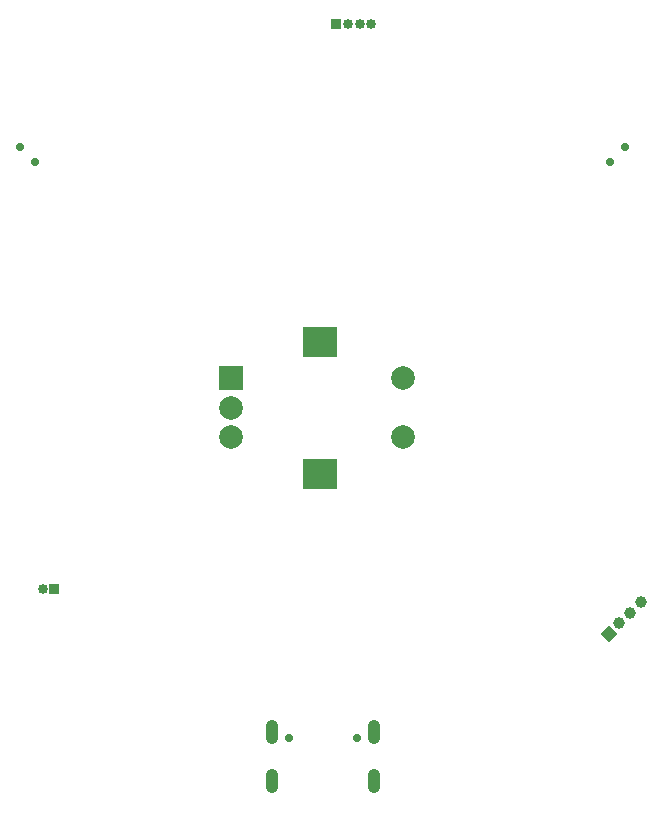
<source format=gbr>
%TF.GenerationSoftware,KiCad,Pcbnew,(6.0.0-0)*%
%TF.CreationDate,2022-03-19T01:27:07+08:00*%
%TF.ProjectId,PCB,5043422e-6b69-4636-9164-5f7063625858,rev?*%
%TF.SameCoordinates,Original*%
%TF.FileFunction,Soldermask,Bot*%
%TF.FilePolarity,Negative*%
%FSLAX46Y46*%
G04 Gerber Fmt 4.6, Leading zero omitted, Abs format (unit mm)*
G04 Created by KiCad (PCBNEW (6.0.0-0)) date 2022-03-19 01:27:07*
%MOMM*%
%LPD*%
G01*
G04 APERTURE LIST*
G04 Aperture macros list*
%AMHorizOval*
0 Thick line with rounded ends*
0 $1 width*
0 $2 $3 position (X,Y) of the first rounded end (center of the circle)*
0 $4 $5 position (X,Y) of the second rounded end (center of the circle)*
0 Add line between two ends*
20,1,$1,$2,$3,$4,$5,0*
0 Add two circle primitives to create the rounded ends*
1,1,$1,$2,$3*
1,1,$1,$4,$5*%
%AMRotRect*
0 Rectangle, with rotation*
0 The origin of the aperture is its center*
0 $1 length*
0 $2 width*
0 $3 Rotation angle, in degrees counterclockwise*
0 Add horizontal line*
21,1,$1,$2,0,0,$3*%
G04 Aperture macros list end*
%ADD10C,0.700000*%
%ADD11R,2.000000X2.000000*%
%ADD12C,2.000000*%
%ADD13R,3.000000X2.500000*%
%ADD14O,1.050000X2.100000*%
%ADD15O,0.850000X0.850000*%
%ADD16R,0.850000X0.850000*%
%ADD17HorizOval,1.000000X0.000000X0.000000X0.000000X0.000000X0*%
%ADD18RotRect,1.000000X1.000000X135.000000*%
G04 APERTURE END LIST*
D10*
%TO.C,SW4*%
X125636396Y-78363604D03*
X124363604Y-79636396D03*
%TD*%
%TO.C,SW5*%
X74363604Y-78363604D03*
X75636396Y-79636396D03*
%TD*%
D11*
%TO.C,SW3*%
X92260000Y-97940000D03*
D12*
X92260000Y-102940000D03*
X92260000Y-100440000D03*
D13*
X99760000Y-106040000D03*
X99760000Y-94840000D03*
D12*
X106760000Y-97940000D03*
X106760000Y-102940000D03*
%TD*%
D14*
%TO.C,P1*%
X104320000Y-132050000D03*
X95680000Y-132050000D03*
X104320000Y-127870000D03*
X95680000Y-127870000D03*
D10*
X97110000Y-128400000D03*
X102890000Y-128400000D03*
%TD*%
D15*
%TO.C,J2*%
X76290000Y-115815000D03*
D16*
X77290000Y-115815000D03*
%TD*%
D17*
%TO.C,LCD1*%
X126920574Y-116889426D03*
X126022548Y-117787452D03*
X125124523Y-118685477D03*
D18*
X124226497Y-119583503D03*
%TD*%
D15*
%TO.C,J1*%
X104116000Y-67967000D03*
X103116000Y-67967000D03*
X102116000Y-67967000D03*
D16*
X101116000Y-67967000D03*
%TD*%
M02*

</source>
